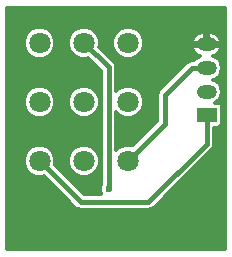
<source format=gbl>
G04 #@! TF.FileFunction,Copper,L2,Bot,Signal*
%FSLAX46Y46*%
G04 Gerber Fmt 4.6, Leading zero omitted, Abs format (unit mm)*
G04 Created by KiCad (PCBNEW 4.0.4-1.fc24-product) date Tue Jun  5 17:09:06 2018*
%MOMM*%
%LPD*%
G01*
G04 APERTURE LIST*
%ADD10C,0.100000*%
%ADD11R,1.700000X1.200000*%
%ADD12O,1.700000X1.200000*%
%ADD13C,1.800000*%
%ADD14C,0.600000*%
%ADD15C,0.400000*%
%ADD16C,0.300000*%
G04 APERTURE END LIST*
D10*
D11*
X146400000Y-90650000D03*
D12*
X146400000Y-88650000D03*
X146400000Y-86650000D03*
X146400000Y-84650000D03*
D13*
X139750000Y-84500000D03*
X136000000Y-84500000D03*
X132250000Y-84500000D03*
X139750000Y-89500000D03*
X136000000Y-89500000D03*
X132250000Y-89500000D03*
X132250000Y-94500000D03*
X136000000Y-94500000D03*
X139750000Y-94500000D03*
D14*
X133150000Y-99825000D03*
X138100000Y-96900000D03*
D15*
X141450000Y-98000000D02*
X135750000Y-98000000D01*
X135750000Y-98000000D02*
X132250000Y-94500000D01*
X146400000Y-93050000D02*
X141450000Y-98000000D01*
X146400000Y-90650000D02*
X146400000Y-93050000D01*
X146400000Y-86650000D02*
X145150000Y-86650000D01*
X145150000Y-86650000D02*
X142850000Y-88950000D01*
X142850000Y-88950000D02*
X142850000Y-91400000D01*
X142850000Y-91400000D02*
X139750000Y-94500000D01*
X138100000Y-96900000D02*
X138100000Y-86600000D01*
X138100000Y-86600000D02*
X136000000Y-84500000D01*
D16*
G36*
X147975000Y-101975000D02*
X129525000Y-101975000D01*
X129525000Y-94767353D01*
X130899766Y-94767353D01*
X131104858Y-95263715D01*
X131484288Y-95643807D01*
X131980290Y-95849765D01*
X132517353Y-95850234D01*
X132633150Y-95802388D01*
X135290380Y-98459619D01*
X135431283Y-98553767D01*
X135501256Y-98600522D01*
X135750000Y-98650000D01*
X141450000Y-98650000D01*
X141657476Y-98608731D01*
X141698745Y-98600522D01*
X141909619Y-98459619D01*
X146859619Y-93509620D01*
X147000522Y-93298745D01*
X147030155Y-93149766D01*
X147050000Y-93050000D01*
X147050000Y-91708816D01*
X147250000Y-91708816D01*
X147416760Y-91677438D01*
X147569919Y-91578883D01*
X147672668Y-91428505D01*
X147708816Y-91250000D01*
X147708816Y-90050000D01*
X147677438Y-89883240D01*
X147578883Y-89730081D01*
X147428505Y-89627332D01*
X147250000Y-89591184D01*
X147120524Y-89591184D01*
X147417931Y-89392462D01*
X147645543Y-89051818D01*
X147725469Y-88650000D01*
X147645543Y-88248182D01*
X147417931Y-87907538D01*
X147077287Y-87679926D01*
X146926838Y-87650000D01*
X147077287Y-87620074D01*
X147417931Y-87392462D01*
X147645543Y-87051818D01*
X147725469Y-86650000D01*
X147645543Y-86248182D01*
X147417931Y-85907538D01*
X147077287Y-85679926D01*
X146935478Y-85651719D01*
X147117073Y-85603583D01*
X147446440Y-85352255D01*
X147652970Y-84960725D01*
X147575422Y-84800000D01*
X146550000Y-84800000D01*
X146550000Y-84820000D01*
X146250000Y-84820000D01*
X146250000Y-84800000D01*
X145224578Y-84800000D01*
X145147030Y-84960725D01*
X145353560Y-85352255D01*
X145682927Y-85603583D01*
X145864522Y-85651719D01*
X145722713Y-85679926D01*
X145382069Y-85907538D01*
X145320288Y-86000000D01*
X145150000Y-86000000D01*
X144942524Y-86041269D01*
X144901255Y-86049478D01*
X144690380Y-86190381D01*
X142390381Y-88490381D01*
X142249478Y-88701255D01*
X142249478Y-88701256D01*
X142200000Y-88950000D01*
X142200000Y-91130762D01*
X140133343Y-93197419D01*
X140019710Y-93150235D01*
X139482647Y-93149766D01*
X138986285Y-93354858D01*
X138750000Y-93590731D01*
X138750000Y-90409110D01*
X138984288Y-90643807D01*
X139480290Y-90849765D01*
X140017353Y-90850234D01*
X140513715Y-90645142D01*
X140893807Y-90265712D01*
X141099765Y-89769710D01*
X141100234Y-89232647D01*
X140895142Y-88736285D01*
X140515712Y-88356193D01*
X140019710Y-88150235D01*
X139482647Y-88149766D01*
X138986285Y-88354858D01*
X138750000Y-88590731D01*
X138750000Y-86600000D01*
X138700522Y-86351256D01*
X138631650Y-86248182D01*
X138559619Y-86140380D01*
X137302581Y-84883342D01*
X137349765Y-84769710D01*
X137349767Y-84767353D01*
X138399766Y-84767353D01*
X138604858Y-85263715D01*
X138984288Y-85643807D01*
X139480290Y-85849765D01*
X140017353Y-85850234D01*
X140513715Y-85645142D01*
X140893807Y-85265712D01*
X141099765Y-84769710D01*
X141100140Y-84339275D01*
X145147030Y-84339275D01*
X145224578Y-84500000D01*
X146250000Y-84500000D01*
X146250000Y-83705392D01*
X146550000Y-83705392D01*
X146550000Y-84500000D01*
X147575422Y-84500000D01*
X147652970Y-84339275D01*
X147446440Y-83947745D01*
X147117073Y-83696417D01*
X146716599Y-83590263D01*
X146550000Y-83705392D01*
X146250000Y-83705392D01*
X146083401Y-83590263D01*
X145682927Y-83696417D01*
X145353560Y-83947745D01*
X145147030Y-84339275D01*
X141100140Y-84339275D01*
X141100234Y-84232647D01*
X140895142Y-83736285D01*
X140515712Y-83356193D01*
X140019710Y-83150235D01*
X139482647Y-83149766D01*
X138986285Y-83354858D01*
X138606193Y-83734288D01*
X138400235Y-84230290D01*
X138399766Y-84767353D01*
X137349767Y-84767353D01*
X137350234Y-84232647D01*
X137145142Y-83736285D01*
X136765712Y-83356193D01*
X136269710Y-83150235D01*
X135732647Y-83149766D01*
X135236285Y-83354858D01*
X134856193Y-83734288D01*
X134650235Y-84230290D01*
X134649766Y-84767353D01*
X134854858Y-85263715D01*
X135234288Y-85643807D01*
X135730290Y-85849765D01*
X136267353Y-85850234D01*
X136383150Y-85802388D01*
X137450000Y-86869239D01*
X137450000Y-96509650D01*
X137350131Y-96750161D01*
X137349870Y-97048530D01*
X137463811Y-97324286D01*
X137489480Y-97350000D01*
X136019239Y-97350000D01*
X133552581Y-94883342D01*
X133599765Y-94769710D01*
X133599767Y-94767353D01*
X134649766Y-94767353D01*
X134854858Y-95263715D01*
X135234288Y-95643807D01*
X135730290Y-95849765D01*
X136267353Y-95850234D01*
X136763715Y-95645142D01*
X137143807Y-95265712D01*
X137349765Y-94769710D01*
X137350234Y-94232647D01*
X137145142Y-93736285D01*
X136765712Y-93356193D01*
X136269710Y-93150235D01*
X135732647Y-93149766D01*
X135236285Y-93354858D01*
X134856193Y-93734288D01*
X134650235Y-94230290D01*
X134649766Y-94767353D01*
X133599767Y-94767353D01*
X133600234Y-94232647D01*
X133395142Y-93736285D01*
X133015712Y-93356193D01*
X132519710Y-93150235D01*
X131982647Y-93149766D01*
X131486285Y-93354858D01*
X131106193Y-93734288D01*
X130900235Y-94230290D01*
X130899766Y-94767353D01*
X129525000Y-94767353D01*
X129525000Y-89767353D01*
X130899766Y-89767353D01*
X131104858Y-90263715D01*
X131484288Y-90643807D01*
X131980290Y-90849765D01*
X132517353Y-90850234D01*
X133013715Y-90645142D01*
X133393807Y-90265712D01*
X133599765Y-89769710D01*
X133599767Y-89767353D01*
X134649766Y-89767353D01*
X134854858Y-90263715D01*
X135234288Y-90643807D01*
X135730290Y-90849765D01*
X136267353Y-90850234D01*
X136763715Y-90645142D01*
X137143807Y-90265712D01*
X137349765Y-89769710D01*
X137350234Y-89232647D01*
X137145142Y-88736285D01*
X136765712Y-88356193D01*
X136269710Y-88150235D01*
X135732647Y-88149766D01*
X135236285Y-88354858D01*
X134856193Y-88734288D01*
X134650235Y-89230290D01*
X134649766Y-89767353D01*
X133599767Y-89767353D01*
X133600234Y-89232647D01*
X133395142Y-88736285D01*
X133015712Y-88356193D01*
X132519710Y-88150235D01*
X131982647Y-88149766D01*
X131486285Y-88354858D01*
X131106193Y-88734288D01*
X130900235Y-89230290D01*
X130899766Y-89767353D01*
X129525000Y-89767353D01*
X129525000Y-84767353D01*
X130899766Y-84767353D01*
X131104858Y-85263715D01*
X131484288Y-85643807D01*
X131980290Y-85849765D01*
X132517353Y-85850234D01*
X133013715Y-85645142D01*
X133393807Y-85265712D01*
X133599765Y-84769710D01*
X133600234Y-84232647D01*
X133395142Y-83736285D01*
X133015712Y-83356193D01*
X132519710Y-83150235D01*
X131982647Y-83149766D01*
X131486285Y-83354858D01*
X131106193Y-83734288D01*
X130900235Y-84230290D01*
X130899766Y-84767353D01*
X129525000Y-84767353D01*
X129525000Y-81525000D01*
X147975000Y-81525000D01*
X147975000Y-101975000D01*
X147975000Y-101975000D01*
G37*
X147975000Y-101975000D02*
X129525000Y-101975000D01*
X129525000Y-94767353D01*
X130899766Y-94767353D01*
X131104858Y-95263715D01*
X131484288Y-95643807D01*
X131980290Y-95849765D01*
X132517353Y-95850234D01*
X132633150Y-95802388D01*
X135290380Y-98459619D01*
X135431283Y-98553767D01*
X135501256Y-98600522D01*
X135750000Y-98650000D01*
X141450000Y-98650000D01*
X141657476Y-98608731D01*
X141698745Y-98600522D01*
X141909619Y-98459619D01*
X146859619Y-93509620D01*
X147000522Y-93298745D01*
X147030155Y-93149766D01*
X147050000Y-93050000D01*
X147050000Y-91708816D01*
X147250000Y-91708816D01*
X147416760Y-91677438D01*
X147569919Y-91578883D01*
X147672668Y-91428505D01*
X147708816Y-91250000D01*
X147708816Y-90050000D01*
X147677438Y-89883240D01*
X147578883Y-89730081D01*
X147428505Y-89627332D01*
X147250000Y-89591184D01*
X147120524Y-89591184D01*
X147417931Y-89392462D01*
X147645543Y-89051818D01*
X147725469Y-88650000D01*
X147645543Y-88248182D01*
X147417931Y-87907538D01*
X147077287Y-87679926D01*
X146926838Y-87650000D01*
X147077287Y-87620074D01*
X147417931Y-87392462D01*
X147645543Y-87051818D01*
X147725469Y-86650000D01*
X147645543Y-86248182D01*
X147417931Y-85907538D01*
X147077287Y-85679926D01*
X146935478Y-85651719D01*
X147117073Y-85603583D01*
X147446440Y-85352255D01*
X147652970Y-84960725D01*
X147575422Y-84800000D01*
X146550000Y-84800000D01*
X146550000Y-84820000D01*
X146250000Y-84820000D01*
X146250000Y-84800000D01*
X145224578Y-84800000D01*
X145147030Y-84960725D01*
X145353560Y-85352255D01*
X145682927Y-85603583D01*
X145864522Y-85651719D01*
X145722713Y-85679926D01*
X145382069Y-85907538D01*
X145320288Y-86000000D01*
X145150000Y-86000000D01*
X144942524Y-86041269D01*
X144901255Y-86049478D01*
X144690380Y-86190381D01*
X142390381Y-88490381D01*
X142249478Y-88701255D01*
X142249478Y-88701256D01*
X142200000Y-88950000D01*
X142200000Y-91130762D01*
X140133343Y-93197419D01*
X140019710Y-93150235D01*
X139482647Y-93149766D01*
X138986285Y-93354858D01*
X138750000Y-93590731D01*
X138750000Y-90409110D01*
X138984288Y-90643807D01*
X139480290Y-90849765D01*
X140017353Y-90850234D01*
X140513715Y-90645142D01*
X140893807Y-90265712D01*
X141099765Y-89769710D01*
X141100234Y-89232647D01*
X140895142Y-88736285D01*
X140515712Y-88356193D01*
X140019710Y-88150235D01*
X139482647Y-88149766D01*
X138986285Y-88354858D01*
X138750000Y-88590731D01*
X138750000Y-86600000D01*
X138700522Y-86351256D01*
X138631650Y-86248182D01*
X138559619Y-86140380D01*
X137302581Y-84883342D01*
X137349765Y-84769710D01*
X137349767Y-84767353D01*
X138399766Y-84767353D01*
X138604858Y-85263715D01*
X138984288Y-85643807D01*
X139480290Y-85849765D01*
X140017353Y-85850234D01*
X140513715Y-85645142D01*
X140893807Y-85265712D01*
X141099765Y-84769710D01*
X141100140Y-84339275D01*
X145147030Y-84339275D01*
X145224578Y-84500000D01*
X146250000Y-84500000D01*
X146250000Y-83705392D01*
X146550000Y-83705392D01*
X146550000Y-84500000D01*
X147575422Y-84500000D01*
X147652970Y-84339275D01*
X147446440Y-83947745D01*
X147117073Y-83696417D01*
X146716599Y-83590263D01*
X146550000Y-83705392D01*
X146250000Y-83705392D01*
X146083401Y-83590263D01*
X145682927Y-83696417D01*
X145353560Y-83947745D01*
X145147030Y-84339275D01*
X141100140Y-84339275D01*
X141100234Y-84232647D01*
X140895142Y-83736285D01*
X140515712Y-83356193D01*
X140019710Y-83150235D01*
X139482647Y-83149766D01*
X138986285Y-83354858D01*
X138606193Y-83734288D01*
X138400235Y-84230290D01*
X138399766Y-84767353D01*
X137349767Y-84767353D01*
X137350234Y-84232647D01*
X137145142Y-83736285D01*
X136765712Y-83356193D01*
X136269710Y-83150235D01*
X135732647Y-83149766D01*
X135236285Y-83354858D01*
X134856193Y-83734288D01*
X134650235Y-84230290D01*
X134649766Y-84767353D01*
X134854858Y-85263715D01*
X135234288Y-85643807D01*
X135730290Y-85849765D01*
X136267353Y-85850234D01*
X136383150Y-85802388D01*
X137450000Y-86869239D01*
X137450000Y-96509650D01*
X137350131Y-96750161D01*
X137349870Y-97048530D01*
X137463811Y-97324286D01*
X137489480Y-97350000D01*
X136019239Y-97350000D01*
X133552581Y-94883342D01*
X133599765Y-94769710D01*
X133599767Y-94767353D01*
X134649766Y-94767353D01*
X134854858Y-95263715D01*
X135234288Y-95643807D01*
X135730290Y-95849765D01*
X136267353Y-95850234D01*
X136763715Y-95645142D01*
X137143807Y-95265712D01*
X137349765Y-94769710D01*
X137350234Y-94232647D01*
X137145142Y-93736285D01*
X136765712Y-93356193D01*
X136269710Y-93150235D01*
X135732647Y-93149766D01*
X135236285Y-93354858D01*
X134856193Y-93734288D01*
X134650235Y-94230290D01*
X134649766Y-94767353D01*
X133599767Y-94767353D01*
X133600234Y-94232647D01*
X133395142Y-93736285D01*
X133015712Y-93356193D01*
X132519710Y-93150235D01*
X131982647Y-93149766D01*
X131486285Y-93354858D01*
X131106193Y-93734288D01*
X130900235Y-94230290D01*
X130899766Y-94767353D01*
X129525000Y-94767353D01*
X129525000Y-89767353D01*
X130899766Y-89767353D01*
X131104858Y-90263715D01*
X131484288Y-90643807D01*
X131980290Y-90849765D01*
X132517353Y-90850234D01*
X133013715Y-90645142D01*
X133393807Y-90265712D01*
X133599765Y-89769710D01*
X133599767Y-89767353D01*
X134649766Y-89767353D01*
X134854858Y-90263715D01*
X135234288Y-90643807D01*
X135730290Y-90849765D01*
X136267353Y-90850234D01*
X136763715Y-90645142D01*
X137143807Y-90265712D01*
X137349765Y-89769710D01*
X137350234Y-89232647D01*
X137145142Y-88736285D01*
X136765712Y-88356193D01*
X136269710Y-88150235D01*
X135732647Y-88149766D01*
X135236285Y-88354858D01*
X134856193Y-88734288D01*
X134650235Y-89230290D01*
X134649766Y-89767353D01*
X133599767Y-89767353D01*
X133600234Y-89232647D01*
X133395142Y-88736285D01*
X133015712Y-88356193D01*
X132519710Y-88150235D01*
X131982647Y-88149766D01*
X131486285Y-88354858D01*
X131106193Y-88734288D01*
X130900235Y-89230290D01*
X130899766Y-89767353D01*
X129525000Y-89767353D01*
X129525000Y-84767353D01*
X130899766Y-84767353D01*
X131104858Y-85263715D01*
X131484288Y-85643807D01*
X131980290Y-85849765D01*
X132517353Y-85850234D01*
X133013715Y-85645142D01*
X133393807Y-85265712D01*
X133599765Y-84769710D01*
X133600234Y-84232647D01*
X133395142Y-83736285D01*
X133015712Y-83356193D01*
X132519710Y-83150235D01*
X131982647Y-83149766D01*
X131486285Y-83354858D01*
X131106193Y-83734288D01*
X130900235Y-84230290D01*
X130899766Y-84767353D01*
X129525000Y-84767353D01*
X129525000Y-81525000D01*
X147975000Y-81525000D01*
X147975000Y-101975000D01*
M02*

</source>
